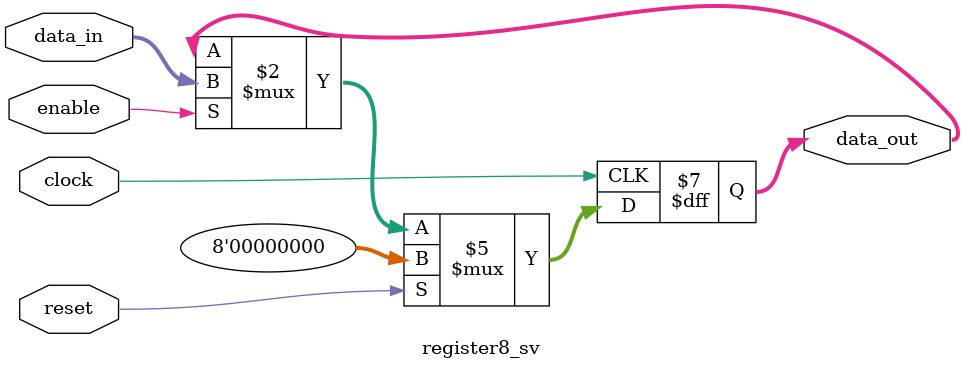
<source format=sv>
`timescale 1ns / 1ps

module register8_sv (
    input  logic        clock,
    input  logic        reset,
    input  logic        enable,
    input  logic [7:0]  data_in,
    output logic [7:0]  data_out
);

    always_ff @(posedge clock) begin
        if (reset)
            data_out <= 8'd0;
        else if (enable)
            data_out <= data_in;
    end

endmodule

</source>
